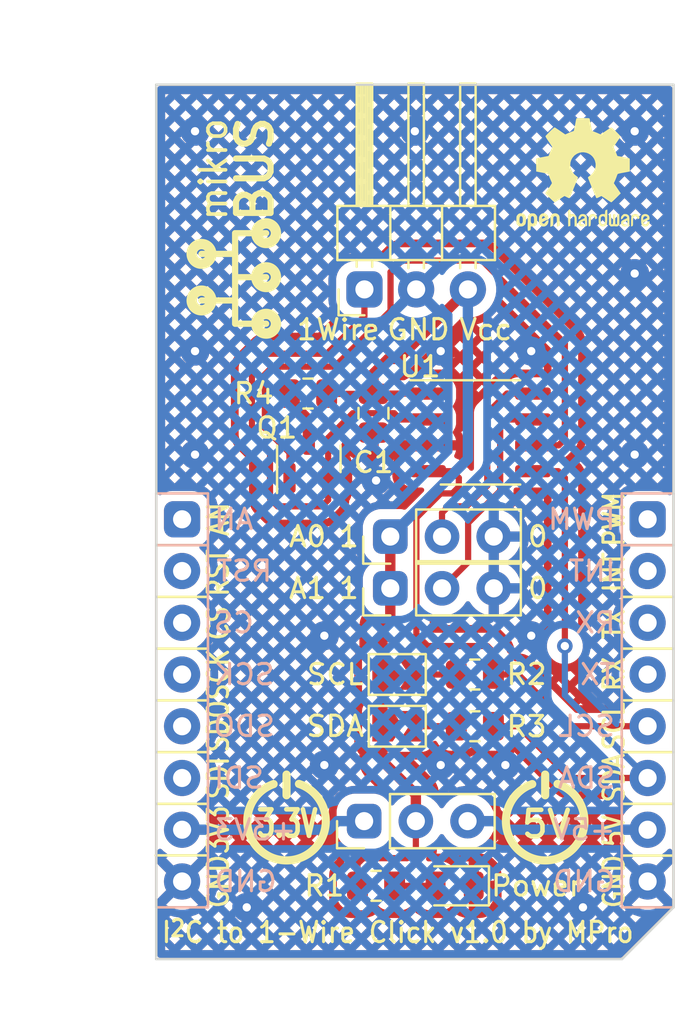
<source format=kicad_pcb>
(kicad_pcb (version 20241229) (generator "pcbnew") (generator_version "9.0")
  (title_block (title "I2C to 1-Wire Click") (date "2023-09-01") (rev "1.0") (company "© 2023 MPro") (comment 1 "Designed by MPro") (comment 4 "Licensed under CERN-OHL-P v2 or any later version"))
  (layers (0 "F.Cu" signal) (2 "B.Cu" signal) (13 "F.Paste" user) (15 "B.Paste" user) (5 "F.SilkS" user "F.Silkscreen") (7 "B.SilkS" user "B.Silkscreen") (1 "F.Mask" user) (3 "B.Mask" user) (25 "Edge.Cuts" user))
  (net 0 "")
  (net 1 "VCC")
  (net 2 "GND")
  (net 3 "Net-(D1-A)")
  (net 10 "+3.3V")
  (net 11 "+5V")
  (net 12 "Net-(J1-SDA)")
  (net 13 "Net-(J1-SCL)")
  (net 18 "Net-(JP1-B)")
  (net 19 "Net-(JP2-B)")
  (net 20 "Net-(JP4-C)")
  (net 21 "Net-(JP5-C)")
  (net 22 "Net-(Q1-G)")
  (net 23 "Net-(Q1-D)")
  (net 24 "Net-(J2-Pin_1)")
  (footprint "footprints:R_0805_2012Metric" (layer "F.Cu") (at 105.7675 72.811)
    (property "Reference" "R2" (at 2.5399 -0.0108 0) (layer "F.SilkS"))
    (property "Value" "2k2" (hide yes))
    (pad "1" smd roundrect (at -0.9125 0) (size 1.025 1.4) (layers "F.Cu" "F.Mask" "F.Paste") (roundrect_rratio 0.243902439) (net 18 "Net-(JP1-B)"))
    (pad "2" smd roundrect (at 0.9125 0) (size 1.025 1.4) (layers "F.Cu" "F.Mask" "F.Paste") (roundrect_rratio 0.243902439) (net 13 "Net-(J1-SCL)"))
  )
  (footprint "footprints:R_0805_2012Metric" (layer "F.Cu") (at 100.916 83.185)
    (property "Reference" "R1" (at -2.54 0 0) (layer "F.SilkS"))
    (property "Value" "2k2" (hide yes))
    (pad "1" smd roundrect (at -0.9125 0) (size 1.025 1.4) (layers "F.Cu" "F.Mask" "F.Paste") (roundrect_rratio 0.243902439) (net 1 "VCC"))
    (pad "2" smd roundrect (at 0.9125 0) (size 1.025 1.4) (layers "F.Cu" "F.Mask" "F.Paste") (roundrect_rratio 0.243902439) (net 3 "Net-(D1-A)"))
  )
  (footprint "footprints:SolderJumper-2_P1.3mm_Open_TrianglePad1.0x1.5mm" (layer "F.Cu") (at 101.9575 72.811)
    (property "Reference" "JP1" (hide yes))
    (property "Value" "SCL" (at -3.048 0 0) (layer "F.SilkS"))
    (pad "1" smd custom (at -0.725 0) (size 0.3 0.3) (layers "F.Cu" "F.Mask") (net 1 "VCC") (options (clearance outline) (anchor rect)) (primitives (gr_poly (pts (xy -0.5 -0.75) (xy 0.5 -0.75) (xy 1 0) (xy 0.5 0.75) (xy -0.5 0.75)) (width 0) (fill yes))))
    (pad "2" smd custom (at 0.725 0) (size 0.3 0.3) (layers "F.Cu" "F.Mask") (net 18 "Net-(JP1-B)") (options (clearance outline) (anchor rect)) (primitives (gr_poly (pts (xy -0.65 -0.75) (xy 0.5 -0.75) (xy 0.5 0.75) (xy -0.65 0.75) (xy -0.15 0)) (width 0) (fill yes))))
  )
  (footprint "footprints:SO-8_3.9x4.9mm_P1.27mm" (layer "F.Cu") (at 106.045 60.925)
    (property "Reference" "U1" (at -2.97 -3.227 0) (layer "F.SilkS"))
    (property "Value" "DS2482-100" (hide yes))
    (pad "1" smd roundrect (at -2.575 -1.905) (size 1.75 0.6) (layers "F.Cu" "F.Mask" "F.Paste") (net 1 "VCC"))
    (pad "2" smd roundrect (at -2.575 -0.635) (size 1.75 0.6) (layers "F.Cu" "F.Mask" "F.Paste") (net 24 "Net-(J2-Pin_1)"))
    (pad "3" smd roundrect (at -2.575 0.635) (size 1.75 0.6) (layers "F.Cu" "F.Mask" "F.Paste") (net 2 "GND"))
    (pad "4" smd roundrect (at -2.575 1.905) (size 1.75 0.6) (layers "F.Cu" "F.Mask" "F.Paste") (net 13 "Net-(J1-SCL)"))
    (pad "5" smd roundrect (at 2.575 1.905) (size 1.75 0.6) (layers "F.Cu" "F.Mask" "F.Paste") (net 12 "Net-(J1-SDA)"))
    (pad "6" smd roundrect (at 2.575 0.635) (size 1.75 0.6) (layers "F.Cu" "F.Mask" "F.Paste") (net 22 "Net-(Q1-G)"))
    (pad "7" smd roundrect (at 2.575 -0.635) (size 1.75 0.6) (layers "F.Cu" "F.Mask" "F.Paste") (net 20 "Net-(JP4-C)"))
    (pad "8" smd roundrect (at 2.575 -1.905) (size 1.75 0.6) (layers "F.Cu" "F.Mask" "F.Paste") (net 21 "Net-(JP5-C)"))
  )
  (footprint "footprints:Logo_Power_3V3" (layer "F.Cu") (at 96.52 80.01)
    (property "Reference" "REF1" (hide yes))
    (property "Value" "LOGO" (hide yes))
    (fp_text user "3.3V" (at -1.5748 0.889 0) (layer "F.SilkS") (effects (font (size 1.3 0.9) (thickness 0.225) (bold yes)) (justify left bottom)))
  )
  (footprint "footprints:PinHeader_1x03_P2.54mm_Vertical" (layer "F.Cu") (at 101.615 66.04 90)
    (property "Reference" "JP5" (hide yes))
    (property "Value" "A0" (at 0 -4.064 180) (layer "F.SilkS"))
    (fp_text user "1" (at 0 -2.032 0) (layer "F.SilkS"))
    (fp_text user "0" (at 0 7.239 0) (layer "F.SilkS"))
    (pad "1" thru_hole roundrect (at 0 0 90) (size 1.7 1.7) (drill 0.889) (layers "*.Cu" "*.Mask") (net 1 "VCC"))
    (pad "2" thru_hole oval (at 0 2.54 90) (size 1.7 1.7) (drill 0.889) (layers "*.Cu" "*.Mask") (net 21 "Net-(JP5-C)"))
    (pad "3" thru_hole oval (at 0 5.08 90) (size 1.7 1.7) (drill 0.889) (layers "*.Cu" "*.Mask") (net 2 "GND"))
  )
  (footprint "footprints:PinHeader_1x03_P2.54mm_Horizontal" (layer "F.Cu") (at 100.345 53.905 90)
    (property "Reference" "J2" (hide yes))
    (property "Value" "1-Wire" (hide yes))
    (fp_text user "Vcc" (at -1.975 5.954 0) (layer "F.SilkS"))
    (fp_text user "GND" (at -1.975 2.652 0) (layer "F.SilkS"))
    (fp_text user "1Wire" (at -1.975 -1.285 0) (layer "F.SilkS"))
    (pad "1" thru_hole roundrect (at 0 0 90) (size 1.778 1.778) (drill 0.889) (layers "*.Cu" "*.Mask") (net 24 "Net-(J2-Pin_1)"))
    (pad "2" thru_hole circle (at 0 2.54 90) (size 1.778 1.778) (drill 0.889) (layers "*.Cu" "*.Mask") (net 2 "GND"))
    (pad "3" thru_hole circle (at 0 5.08 90) (size 1.778 1.778) (drill 0.889) (layers "*.Cu" "*.Mask") (net 1 "VCC"))
  )
  (footprint "footprints:SOT-23" (layer "F.Cu") (at 97.614 62.2255 90)
    (property "Reference" "Q1" (at 1.524 -1.5725 180) (layer "F.SilkS"))
    (property "Value" "BSS84" (hide yes))
    (pad "1" smd roundrect (at -0.9375 -0.95 90) (size 1.475 0.6) (layers "F.Cu" "F.Mask" "F.Paste") (net 22 "Net-(Q1-G)"))
    (pad "2" smd roundrect (at -0.9375 0.95 90) (size 1.475 0.6) (layers "F.Cu" "F.Mask" "F.Paste") (net 24 "Net-(J2-Pin_1)"))
    (pad "3" smd roundrect (at 0.9375 0 90) (size 1.475 0.6) (layers "F.Cu" "F.Mask" "F.Paste") (net 23 "Net-(Q1-D)"))
  )
  (footprint "footprints:Logo_Power_5V" (layer "F.Cu") (at 109.22 80.01)
    (property "Reference" "REF2" (hide yes))
    (property "Value" "LOGO" (hide yes))
    (fp_text user "5V" (at -1.27 0.9144 0) (layer "F.SilkS") (effects (font (size 1.3 1.3) (thickness 0.225) (bold yes)) (justify left bottom)))
  )
  (footprint "footprints:PinHeader_1x03_P2.54mm_Vertical" (layer "F.Cu") (at 100.330001 80.01 90)
    (property "Reference" "JP3" (hide yes))
    (property "Value" "PWR" (hide yes))
    (pad "1" thru_hole roundrect (at 0 0 90) (size 1.7 1.7) (drill 0.889) (layers "*.Cu" "*.Mask") (net 10 "+3.3V"))
    (pad "2" thru_hole oval (at 0 2.54 90) (size 1.7 1.7) (drill 0.889) (layers "*.Cu" "*.Mask") (net 1 "VCC"))
    (pad "3" thru_hole oval (at 0 5.08 90) (size 1.7 1.7) (drill 0.889) (layers "*.Cu" "*.Mask") (net 11 "+5V"))
  )
  (footprint "footprints:mikroBUS_module_M" (layer "F.Cu") (at 91.391 65.191)
    (property "Reference" "J1" (hide yes))
    (property "Value" "I^{2}C to 1-Wire Click v${REVISION} by MPro" (at 10.59 20.28 0) (layer "F.SilkS") (effects (font (size 1 0.9))))
    (fp_line (start -1.27 -21.336) (end 24.13 -21.336) (stroke (width 0.12)) (layer "Edge.Cuts"))
    (fp_line (start -1.27 21.59) (end -1.27 -21.336) (stroke (width 0.12)) (layer "Edge.Cuts"))
    (fp_line (start 21.6 21.59) (end -1.27 21.59) (stroke (width 0.12)) (layer "Edge.Cuts"))
    (fp_line (start 21.6 21.59) (end 24.13 19.05) (stroke (width 0.12)) (layer "Edge.Cuts"))
    (fp_line (start 24.13 -21.336) (end 24.13 19.05) (stroke (width 0.12)) (layer "Edge.Cuts"))
    (fp_text user "SDI" (at 1.778 12.7 90) (layer "F.SilkS") (effects (font (size 1 0.85) (thickness 0.15) (bold yes))))
    (fp_text user "SCL" (at 21.209 10.16 90) (layer "F.SilkS") (effects (font (size 1 0.85) (thickness 0.15) (bold yes))))
    (fp_text user "CS" (at 1.778 5.1 90) (layer "F.SilkS") (effects (font (size 1 0.85))))
    (fp_text user "RX" (at 21.209 7.6 90) (layer "F.SilkS") (effects (font (size 1 0.85) (thickness 0.15) (bold yes))))
    (fp_text user "SDA" (at 21.209 12.7 90) (layer "F.SilkS") (effects (font (size 1 0.85) (thickness 0.15) (bold yes))))
    (fp_text user "GND" (at 1.778 17.78 90) (layer "F.SilkS") (effects (font (size 1 0.85) (thickness 0.15) (bold yes))))
    (fp_text user "5V" (at 21.209 15.3 90) (layer "F.SilkS") (effects (font (size 1 0.85) (thickness 0.15) (bold yes))))
    (fp_text user "3V3" (at 1.778 15.24 90) (layer "F.SilkS") (effects (font (size 1 0.85) (thickness 0.15) (bold yes))))
    (fp_text user "RST" (at 1.778 2.623639 90) (layer "F.SilkS") (effects (font (size 1 0.85))))
    (fp_text user "SCK" (at 1.778 7.62 90) (layer "F.SilkS") (effects (font (size 1 0.85))))
    (fp_text user "GND" (at 21.209 17.78 90) (layer "F.SilkS") (effects (font (size 1 0.85) (thickness 0.15) (bold yes))))
    (fp_text user "TX" (at 21.209 5.141427 90) (layer "F.SilkS") (effects (font (size 1 0.85) (thickness 0.15) (bold yes))))
    (fp_text user "SDO" (at 1.778 10.16 90) (layer "F.SilkS") (effects (font (size 1 0.85))))
    (fp_text user "INT" (at 21.209 2.6 90) (layer "F.SilkS") (effects (font (size 1 0.85) (thickness 0.15) (bold yes))))
    (fp_text user "PWM" (at 21.209 0 90) (layer "F.SilkS") (effects (font (size 1 0.8) (thickness 0.15) (bold yes))))
    (fp_text user "AN" (at 1.778 0 90) (layer "F.SilkS") (effects (font (size 1 0.85))))
    (fp_text user "+5V" (at 19.743847 15.24 0) (layer "B.SilkS") (effects (justify mirror)))
    (fp_text user "SCL" (at 19.862895 10.16 0) (layer "B.SilkS") (effects (justify mirror)))
    (fp_text user "GND" (at 19.743847 17.78 0) (layer "B.SilkS") (effects (justify mirror)))
    (fp_text user "RST" (at 3.048 2.54 0) (layer "B.SilkS") (effects (justify mirror)))
    (fp_text user "SDI" (at 2.794 12.7 0) (layer "B.SilkS") (effects (justify mirror)))
    (fp_text user "CS" (at 2.54 5.08 0) (layer "B.SilkS") (effects (justify mirror)))
    (fp_text user "TX" (at 20.410514 7.62 0) (layer "B.SilkS") (effects (justify mirror)))
    (fp_text user "SCK" (at 3.048 7.62 0) (layer "B.SilkS") (effects (justify mirror)))
    (fp_text user "AN" (at 2.54 0 0) (layer "B.SilkS") (effects (justify mirror)))
    (fp_text user "INT" (at 20.1248 2.54 0) (layer "B.SilkS") (effects (justify mirror)))
    (fp_text user "SDO" (at 3.048 10.16 0) (layer "B.SilkS") (effects (justify mirror)))
    (fp_text user "GND" (at 3.119619 17.78 0) (layer "B.SilkS") (effects (justify mirror)))
    (fp_text user "SDA" (at 19.862895 12.7 0) (layer "B.SilkS") (effects (justify mirror)))
    (fp_text user "RX" (at 20.291466 5.08 0) (layer "B.SilkS") (effects (justify mirror)))
    (fp_text user "PWM" (at 19.6248 0 0) (layer "B.SilkS") (effects (justify mirror)))
    (fp_text user "+3V3" (at 3.59581 15.24 0) (layer "B.SilkS") (effects (justify mirror)))
    (pad "P1" thru_hole roundrect (at 0 0) (size 1.778 1.778) (drill 0.889) (layers "*.Cu" "*.Mask"))
    (pad "P2" thru_hole circle (at 0 2.54) (size 1.778 1.778) (drill 0.889) (layers "*.Cu" "*.Mask"))
    (pad "P3" thru_hole circle (at 0 5.08) (size 1.778 1.778) (drill 0.889) (layers "*.Cu" "*.Mask"))
    (pad "P4" thru_hole circle (at 0 7.62) (size 1.778 1.778) (drill 0.889) (layers "*.Cu" "*.Mask"))
    (pad "P5" thru_hole circle (at 0 10.16) (size 1.778 1.778) (drill 0.889) (layers "*.Cu" "*.Mask"))
    (pad "P6" thru_hole circle (at 0 12.7) (size 1.778 1.778) (drill 0.889) (layers "*.Cu" "*.Mask"))
    (pad "P7" thru_hole circle (at 0 15.24) (size 1.778 1.778) (drill 0.889) (layers "*.Cu" "*.Mask") (net 10 "+3.3V"))
    (pad "P8" thru_hole circle (at 0 17.78) (size 1.778 1.778) (drill 0.889) (layers "*.Cu" "*.Mask") (net 2 "GND"))
    (pad "P9" thru_hole circle (at 22.86 17.78) (size 1.778 1.778) (drill 0.889) (layers "*.Cu" "*.Mask") (net 2 "GND"))
    (pad "P10" thru_hole circle (at 22.86 15.24) (size 1.778 1.778) (drill 0.889) (layers "*.Cu" "*.Mask") (net 11 "+5V"))
    (pad "P11" thru_hole circle (at 22.86 12.7) (size 1.778 1.778) (drill 0.889) (layers "*.Cu" "*.Mask") (net 12 "Net-(J1-SDA)"))
    (pad "P12" thru_hole circle (at 22.86 10.16) (size 1.778 1.778) (drill 0.889) (layers "*.Cu" "*.Mask") (net 13 "Net-(J1-SCL)"))
    (pad "P13" thru_hole circle (at 22.86 7.62) (size 1.778 1.778) (drill 0.889) (layers "*.Cu" "*.Mask"))
    (pad "P14" thru_hole circle (at 22.86 5.08) (size 1.778 1.778) (drill 0.889) (layers "*.Cu" "*.Mask"))
    (pad "P15" thru_hole circle (at 22.86 2.54) (size 1.778 1.778) (drill 0.889) (layers "*.Cu" "*.Mask"))
    (pad "P16" thru_hole roundrect (at 22.86 0) (size 1.778 1.778) (drill 0.889) (layers "*.Cu" "*.Mask"))
  )
  (footprint "footprints:C_0805_2012Metric" (layer "F.Cu") (at 100.789 59.984 -90)
    (property "Reference" "C1" (at 2.413 0 0) (layer "F.SilkS"))
    (property "Value" "100n" (hide yes))
    (pad "1" smd roundrect (at -0.95 0 270) (size 1 1.45) (layers "F.Cu" "F.Mask" "F.Paste") (net 1 "VCC"))
    (pad "2" smd roundrect (at 0.95 0 270) (size 1 1.45) (layers "F.Cu" "F.Mask" "F.Paste") (net 2 "GND"))
  )
  (footprint "footprints:R_0805_2012Metric" (layer "F.Cu") (at 97.576 59.0188 180)
    (property "Reference" "R4" (at 2.667 0 0) (layer "F.SilkS"))
    (property "Value" "150" (hide yes))
    (pad "1" smd roundrect (at -0.9125 0 180) (size 1.025 1.4) (layers "F.Cu" "F.Mask" "F.Paste") (roundrect_rratio 0.243902439) (net 1 "VCC"))
    (pad "2" smd roundrect (at 0.9125 0 180) (size 1.025 1.4) (layers "F.Cu" "F.Mask" "F.Paste") (roundrect_rratio 0.243902439) (net 23 "Net-(Q1-D)"))
  )
  (footprint "footprints:mikroBUS_logo_text" (layer "F.Cu") (at 95.4743 53.34 90)
    (property "Reference" "REF3" (hide yes))
    (property "Value" "mikroBUS_logo_text" (hide yes))
    (fp_text user "BUS" (at 5.334 -0.508 90) (layer "F.SilkS") (effects (font (size 1.7 1.7) (thickness 0.3))))
    (fp_text user "mikro" (at 5.334 -2.54 90) (layer "F.SilkS") (effects (font (size 1.3 1.2) (thickness 0.18))))
  )
  (footprint "footprints:PinHeader_1x03_P2.54mm_Vertical" (layer "F.Cu") (at 101.615 68.58 90)
    (property "Reference" "JP4" (hide yes))
    (property "Value" "A1" (at 0 -4.064 180) (layer "F.SilkS"))
    (fp_text user "0" (at 0 7.239 0) (layer "F.SilkS"))
    (fp_text user "1" (at 0 -2.032 0) (layer "F.SilkS"))
    (pad "1" thru_hole roundrect (at 0 0 90) (size 1.7 1.7) (drill 0.889) (layers "*.Cu" "*.Mask") (net 1 "VCC"))
    (pad "2" thru_hole oval (at 0 2.54 90) (size 1.7 1.7) (drill 0.889) (layers "*.Cu" "*.Mask") (net 20 "Net-(JP4-C)"))
    (pad "3" thru_hole oval (at 0 5.08 90) (size 1.7 1.7) (drill 0.889) (layers "*.Cu" "*.Mask") (net 2 "GND"))
  )
  (footprint "footprints:R_0805_2012Metric" (layer "F.Cu") (at 105.7675 75.351)
    (property "Reference" "R3" (at 2.5399 0.0146 0) (layer "F.SilkS"))
    (property "Value" "2k2" (hide yes))
    (pad "1" smd roundrect (at -0.9125 0) (size 1.025 1.4) (layers "F.Cu" "F.Mask" "F.Paste") (roundrect_rratio 0.243902439) (net 19 "Net-(JP2-B)"))
    (pad "2" smd roundrect (at 0.9125 0) (size 1.025 1.4) (layers "F.Cu" "F.Mask" "F.Paste") (roundrect_rratio 0.243902439) (net 12 "Net-(J1-SDA)"))
  )
  (footprint "footprints:SolderJumper-2_P1.3mm_Open_TrianglePad1.0x1.5mm" (layer "F.Cu") (at 101.9575 75.351)
    (property "Reference" "JP2" (hide yes))
    (property "Value" "SDA" (at -3.048 0 0) (layer "F.SilkS"))
    (pad "1" smd custom (at -0.725 0) (size 0.3 0.3) (layers "F.Cu" "F.Mask") (net 1 "VCC") (options (clearance outline) (anchor rect)) (primitives (gr_poly (pts (xy -0.5 -0.75) (xy 0.5 -0.75) (xy 1 0) (xy 0.5 0.75) (xy -0.5 0.75)) (width 0) (fill yes))))
    (pad "2" smd custom (at 0.725 0) (size 0.3 0.3) (layers "F.Cu" "F.Mask") (net 19 "Net-(JP2-B)") (options (clearance outline) (anchor rect)) (primitives (gr_poly (pts (xy -0.65 -0.75) (xy 0.5 -0.75) (xy 0.5 0.75) (xy -0.65 0.75) (xy -0.15 0)) (width 0) (fill yes))))
  )
  (footprint "footprints:LED_0805_2012Metric" (layer "F.Cu") (at 104.775 83.185 180)
    (property "Reference" "D1" (hide yes))
    (property "Value" "Power" (at -4.015 0 0) (layer "F.SilkS"))
    (pad "1" smd roundrect (at -0.9375 0 180) (size 0.975 1.4) (layers "F.Cu" "F.Mask" "F.Paste") (net 2 "GND"))
    (pad "2" smd roundrect (at 0.9375 0 180) (size 0.975 1.4) (layers "F.Cu" "F.Mask" "F.Paste") (net 3 "Net-(D1-A)"))
  )
  (footprint "footprints:OSHW-Logo2_7.3x6mm_SilkScreen" (layer "F.Cu") (at 111.076 48.26)
    (property "Reference" "LOGO1" (hide yes))
    (property "Value" "Logo_Open_Hardware_Small" (hide yes))
  )
  (segment (start 102.870001 80.01) (end 102.870001 78.702001) (width 0.508) (layer "F.Cu") (net 1))
  (segment (start 101.2325 75.351) (end 101.2325 70.4625) (width 0.508) (layer "F.Cu") (net 1))
  (segment (start 103.47 59.02) (end 100.803 59.02) (width 0.3048) (layer "F.Cu") (net 1))
  (segment (start 100.789 59.034) (end 98.5037 59.034) (width 0.3048) (layer "F.Cu") (net 1))
  (segment (start 101.2325 70.4625) (end 101.615 70.08) (width 0.508) (layer "F.Cu") (net 1))
  (segment (start 102.870001 78.702001) (end 101.2325 77.0645) (width 0.508) (layer "F.Cu") (net 1))
  (segment (start 100.789 58.03) (end 101.502 57.317) (width 0.508) (layer "F.Cu") (net 1))
  (segment (start 101.615 68.58) (end 101.615 66.04) (width 0.508) (layer "F.Cu") (net 1))
  (segment (start 98.5037 59.034) (end 98.4885 59.0188) (width 0.3048) (layer "F.Cu") (net 1))
  (segment (start 102.870001 81.397999) (end 102.870001 80.01) (width 0.3048) (layer "F.Cu") (net 1))
  (segment (start 101.502 57.317) (end 102.013 57.317) (width 0.508) (layer "F.Cu") (net 1))
  (segment (start 100.0035 83.185) (end 100.0035 82.1055) (width 0.3048) (layer "F.Cu") (net 1))
  (segment (start 101.2325 77.0645) (end 101.2325 75.351) (width 0.508) (layer "F.Cu") (net 1))
  (segment (start 101.615 70.08) (end 101.615 68.58) (width 0.508) (layer "F.Cu") (net 1))
  (segment (start 100.803 59.02) (end 100.789 59.034) (width 0.3048) (layer "F.Cu") (net 1))
  (segment (start 100.789 59.034) (end 100.789 58.03) (width 0.508) (layer "F.Cu") (net 1))
  (segment (start 100.281 81.828) (end 102.44 81.828) (width 0.3048) (layer "F.Cu") (net 1))
  (segment (start 100.0035 82.1055) (end 100.281 81.828) (width 0.3048) (layer "F.Cu") (net 1))
  (segment (start 102.44 81.828) (end 102.870001 81.397999) (width 0.3048) (layer "F.Cu") (net 1))
  (segment (start 102.013 57.317) (end 105.425 53.905) (width 0.508) (layer "F.Cu") (net 1))
  (segment (start 105.425 53.905) (end 105.425 62.23) (width 0.508) (layer "B.Cu") (net 1))
  (segment (start 105.425 62.23) (end 101.615 66.04) (width 0.508) (layer "B.Cu") (net 1))
  (segment (start 100.789 62.143) (end 100.789 60.934) (width 0.508) (layer "F.Cu") (net 2))
  (segment (start 102.134 61.56) (end 101.551 62.143) (width 0.508) (layer "F.Cu") (net 2))
  (segment (start 101.551 62.143) (end 100.789 62.143) (width 0.508) (layer "F.Cu") (net 2))
  (segment (start 103.47 61.56) (end 102.134 61.56) (width 0.508) (layer "F.Cu") (net 2))
  (via (at 108.536 70.906) (size 0.762) (drill 0.4064) (layers "F.Cu" "B.Cu") (net 2))
  (via (at 92.026 62.016) (size 0.762) (drill 0.4064) (layers "F.Cu" "B.Cu") (net 2))
  (via (at 108.536 56.936) (size 0.762) (drill 0.4064) (layers "F.Cu" "B.Cu") (net 2))
  (via (at 111.076 84.241) (size 0.762) (drill 0.4064) (layers "F.Cu" "B.Cu") (net 2))
  (via (at 98.376 70.906) (size 0.762) (drill 0.4064) (layers "F.Cu" "B.Cu") (net 2))
  (via (at 92.026 46.141) (size 0.762) (drill 0.4064) (layers "F.Cu" "B.Cu") (net 2))
  (via (at 113.616 62.016) (size 0.762) (drill 0.4064) (layers "F.Cu" "B.Cu") (net 2))
  (via (at 100.916 63.286) (size 0.762) (drill 0.4064) (layers "F.Cu" "B.Cu") (net 2))
  (via (at 94.566 84.241) (size 0.762) (drill 0.4064) (layers "F.Cu" "B.Cu") (net 2))
  (via (at 104.091 56.936) (size 0.762) (drill 0.4064) (layers "F.Cu" "B.Cu") (net 2))
  (via (at 92.026 56.936) (size 0.762) (drill 0.4064) (layers "F.Cu" "B.Cu") (net 2))
  (via (at 113.616 46.141) (size 0.762) (drill 0.4064) (layers "F.Cu" "B.Cu") (net 2))
  (via (at 104.091 77.256) (size 0.762) (drill 0.4064) (layers "F.Cu" "B.Cu") (net 2))
  (via (at 113.616 53.126) (size 0.762) (drill 0.4064) (layers "F.Cu" "B.Cu") (net 2))
  (via (at 98.376 77.256) (size 0.762) (drill 0.4064) (layers "F.Cu" "B.Cu") (net 2))
  (via (at 102.821 46.141) (size 0.762) (drill 0.4064) (layers "F.Cu" "B.Cu") (net 2))
  (via (at 107.266 77.256) (size 0.762) (drill 0.4064) (layers "F.Cu" "B.Cu") (net 2))
  (segment (start 101.8285 83.185) (end 103.8375 83.185) (width 0.3048) (layer "F.Cu") (net 3))
  (segment (start 98.59 80.431) (end 99.011 80.01) (width 0.508) (layer "B.Cu") (net 10))
  (segment (start 91.391 80.431) (end 98.59 80.431) (width 0.508) (layer "B.Cu") (net 10))
  (segment (start 99.011 80.01) (end 100.330001 80.01) (width 0.508) (layer "B.Cu") (net 10))
  (segment (start 107.179 80.431) (end 106.758 80.01) (width 0.508) (layer "B.Cu") (net 11))
  (segment (start 114.251 80.431) (end 107.179 80.431) (width 0.508) (layer "B.Cu") (net 11))
  (segment (start 106.758 80.01) (end 105.410001 80.01) (width 0.508) (layer "B.Cu") (net 11))
  (segment (start 107.901 75.351) (end 106.68 75.351) (width 0.3048) (layer "F.Cu") (net 12))
  (segment (start 114.251 77.891) (end 110.441 77.891) (width 0.3048) (layer "F.Cu") (net 12))
  (segment (start 110.187 71.414) (end 110.187 63.159) (width 0.3048) (layer "F.Cu") (net 12))
  (segment (start 110.441 77.891) (end 107.901 75.351) (width 0.3048) (layer "F.Cu") (net 12))
  (segment (start 110.187 63.159) (end 109.858 62.83) (width 0.3048) (layer "F.Cu") (net 12))
  (segment (start 109.858 62.83) (end 108.62 62.83) (width 0.3048) (layer "F.Cu") (net 12))
  (via (at 110.187 71.414) (size 0.762) (drill 0.4064) (layers "F.Cu" "B.Cu") (net 12))
  (segment (start 110.187 73.827) (end 114.251 77.891) (width 0.3048) (layer "B.Cu") (net 12))
  (segment (start 110.187 71.414) (end 110.187 73.827) (width 0.3048) (layer "B.Cu") (net 12))
  (segment (start 103.456 71.414) (end 106.377 71.414) (width 0.3048) (layer "F.Cu") (net 13))
  (segment (start 102.8972 70.8552) (end 103.456 71.414) (width 0.3048) (layer "F.Cu") (net 13))
  (segment (start 102.8972 65.1148) (end 102.8972 70.8552) (width 0.3048) (layer "F.Cu") (net 13))
  (segment (start 104.98 63.159) (end 104.98 63.6035) (width 0.3048) (layer "F.Cu") (net 13))
  (segment (start 104.091 63.921) (end 102.8972 65.1148) (width 0.3048) (layer "F.Cu") (net 13))
  (segment (start 107.901 72.811) (end 106.68 72.811) (width 0.3048) (layer "F.Cu") (net 13))
  (segment (start 106.377 71.414) (end 106.68 71.717) (width 0.3048) (layer "F.Cu") (net 13))
  (segment (start 104.98 63.6035) (end 104.6625 63.921) (width 0.3048) (layer "F.Cu") (net 13))
  (segment (start 114.251 75.351) (end 110.441 75.351) (width 0.3048) (layer "F.Cu") (net 13))
  (segment (start 104.6625 63.921) (end 104.091 63.921) (width 0.3048) (layer "F.Cu") (net 13))
  (segment (start 110.441 75.351) (end 107.901 72.811) (width 0.3048) (layer "F.Cu") (net 13))
  (segment (start 103.47 62.83) (end 104.651 62.83) (width 0.3048) (layer "F.Cu") (net 13))
  (segment (start 104.651 62.83) (end 104.98 63.159) (width 0.3048) (layer "F.Cu") (net 13))
  (segment (start 106.68 71.717) (end 106.68 72.811) (width 0.3048) (layer "F.Cu") (net 13))
  (segment (start 104.855 72.811) (end 102.6825 72.811) (width 0.3048) (layer "F.Cu") (net 18))
  (segment (start 102.6825 75.351) (end 104.855 75.351) (width 0.3048) (layer "F.Cu") (net 19))
  (segment (start 107.012 63.794) (end 105.4372 65.3688) (width 0.3048) (layer "F.Cu") (net 20))
  (segment (start 107.341 60.29) (end 107.012 60.619) (width 0.3048) (layer "F.Cu") (net 20))
  (segment (start 107.012 60.619) (end 107.012 63.794) (width 0.3048) (layer "F.Cu") (net 20))
  (segment (start 108.62 60.29) (end 107.341 60.29) (width 0.3048) (layer "F.Cu") (net 20))
  (segment (start 105.4372 67.2978) (end 104.155 68.58) (width 0.3048) (layer "F.Cu") (net 20))
  (segment (start 105.4372 65.3688) (end 105.4372 67.2978) (width 0.3048) (layer "F.Cu") (net 20))
  (segment (start 107.341 59.02) (end 108.62 59.02) (width 0.3048) (layer "F.Cu") (net 21))
  (segment (start 106.377 59.984) (end 107.341 59.02) (width 0.3048) (layer "F.Cu") (net 21))
  (segment (start 106.377 63.54) (end 106.377 59.984) (width 0.3048) (layer "F.Cu") (net 21))
  (segment (start 104.472 64.556) (end 105.361 64.556) (width 0.3048) (layer "F.Cu") (net 21))
  (segment (start 104.155 66.04) (end 104.155 64.873) (width 0.3048) (layer "F.Cu") (net 21))
  (segment (start 105.361 64.556) (end 106.377 63.54) (width 0.3048) (layer "F.Cu") (net 21))
  (segment (start 104.155 64.873) (end 104.472 64.556) (width 0.3048) (layer "F.Cu") (net 21))
  (segment (start 96.664 63.163) (end 96.664 61.921) (width 0.3048) (layer "F.Cu") (net 22))
  (segment (start 110.187 61.254) (end 109.881 61.56) (width 0.3048) (layer "F.Cu") (net 22))
  (segment (start 95.836 57.698) (end 98.884 57.698) (width 0.3048) (layer "F.Cu") (net 22))
  (segment (start 95.455 58.079) (end 95.836 57.698) (width 0.3048) (layer "F.Cu") (net 22))
  (segment (start 110.187 56.555) (end 110.187 61.254) (width 0.3048) (layer "F.Cu") (net 22))
  (segment (start 96.664 61.921) (end 95.455 60.712) (width 0.3048) (layer "F.Cu") (net 22))
  (segment (start 98.884 57.698) (end 101.6272 54.9548) (width 0.3048) (layer "F.Cu") (net 22))
  (segment (start 95.455 60.712) (end 95.455 58.079) (width 0.3048) (layer "F.Cu") (net 22))
  (segment (start 109.881 61.56) (end 108.62 61.56) (width 0.3048) (layer "F.Cu") (net 22))
  (segment (start 101.6272 53.0498) (end 102.186 52.491) (width 0.3048) (layer "F.Cu") (net 22))
  (segment (start 101.6272 54.9548) (end 101.6272 53.0498) (width 0.3048) (layer "F.Cu") (net 22))
  (segment (start 106.123 52.491) (end 110.187 56.555) (width 0.3048) (layer "F.Cu") (net 22))
  (segment (start 102.186 52.491) (end 106.123 52.491) (width 0.3048) (layer "F.Cu") (net 22))
  (segment (start 97.614 60.16715) (end 96.6635 59.21665) (width 0.3048) (layer "F.Cu") (net 23))
  (segment (start 96.6635 59.21665) (end 96.6635 59.0188) (width 0.3048) (layer "F.Cu") (net 23))
  (segment (start 97.614 61.288) (end 97.614 60.16715) (width 0.3048) (layer "F.Cu") (net 23))
  (segment (start 95.709 61.889) (end 94.82 61) (width 0.3048) (layer "F.Cu") (net 24))
  (segment (start 95.709 64.175) (end 95.709 61.889) (width 0.3048) (layer "F.Cu") (net 24))
  (segment (start 102.111 60.29) (end 103.47 60.29) (width 0.3048) (layer "F.Cu") (net 24))
  (segment (start 100.345 55.221) (end 100.345 53.905) (width 0.3048) (layer "F.Cu") (net 24))
  (segment (start 98.564 63.163) (end 98.564 64.241) (width 0.3048) (layer "F.Cu") (net 24))
  (segment (start 94.82 57.785552) (end 95.542552 57.063) (width 0.3048) (layer "F.Cu") (net 24))
  (segment (start 98.503 57.063) (end 100.345 55.221) (width 0.3048) (layer "F.Cu") (net 24))
  (segment (start 101.805 59.984) (end 102.111 60.29) (width 0.3048) (layer "F.Cu") (net 24))
  (segment (start 96.09 64.556) (end 95.709 64.175) (width 0.3048) (layer "F.Cu") (net 24))
  (segment (start 98.564 61.193) (end 99.773 59.984) (width 0.3048) (layer "F.Cu") (net 24))
  (segment (start 95.542552 57.063) (end 98.503 57.063) (width 0.3048) (layer "F.Cu") (net 24))
  (segment (start 94.82 61) (end 94.82 57.785552) (width 0.3048) (layer "F.Cu") (net 24))
  (segment (start 98.249 64.556) (end 96.09 64.556) (width 0.3048) (layer "F.Cu") (net 24))
  (segment (start 98.564 64.241) (end 98.249 64.556) (width 0.3048) (layer "F.Cu") (net 24))
  (segment (start 98.564 63.163) (end 98.564 61.193) (width 0.3048) (layer "F.Cu") (net 24))
  (segment (start 99.773 59.984) (end 101.805 59.984) (width 0.3048) (layer "F.Cu") (net 24))
  (zone (net 2) (net_name "GND") (layers "F.Cu" "B.Cu") (connect_pads (clearance 0.5)) (min_thickness 0.25) (fill yes (mode hatch) (thermal_gap 0.5) (thermal_bridge_width 0.5) (hatch_thickness 0.381) (hatch_gap 0.381) (hatch_orientation 45) (hatch_border_algorithm hatch_thickness) (hatch_min_hole_area 0.3))
    (polygon (pts (xy 90.043 86.868) (xy 90.043 43.815) (xy 115.57 43.815) (xy 115.57 86.868)))
  )
)
</source>
